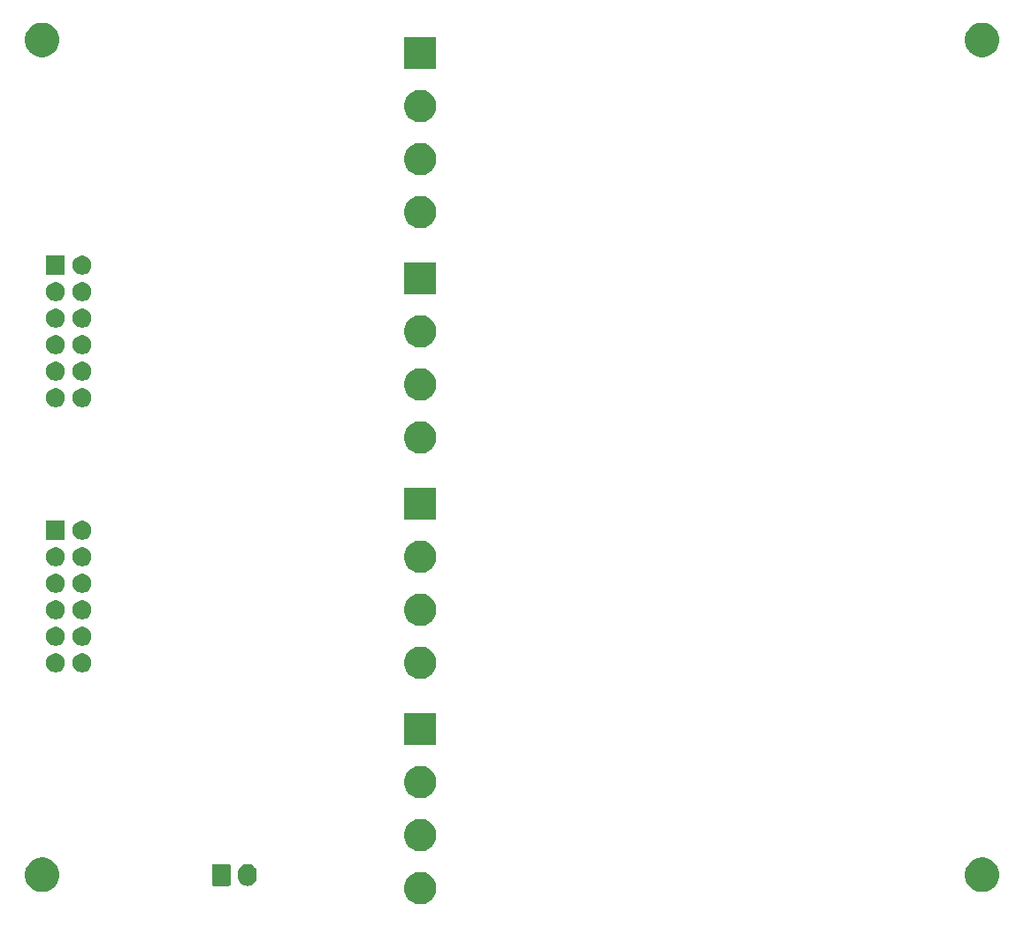
<source format=gbr>
G04 #@! TF.GenerationSoftware,KiCad,Pcbnew,(5.1.5)-3*
G04 #@! TF.CreationDate,2020-04-02T00:33:27+02:00*
G04 #@! TF.ProjectId,splitflap,73706c69-7466-46c6-9170-2e6b69636164,rev?*
G04 #@! TF.SameCoordinates,Original*
G04 #@! TF.FileFunction,Soldermask,Top*
G04 #@! TF.FilePolarity,Negative*
%FSLAX46Y46*%
G04 Gerber Fmt 4.6, Leading zero omitted, Abs format (unit mm)*
G04 Created by KiCad (PCBNEW (5.1.5)-3) date 2020-04-02 00:33:27*
%MOMM*%
%LPD*%
G04 APERTURE LIST*
%ADD10C,0.100000*%
G04 APERTURE END LIST*
D10*
G36*
X191437585Y-112778802D02*
G01*
X191587410Y-112808604D01*
X191869674Y-112925521D01*
X192123705Y-113095259D01*
X192339741Y-113311295D01*
X192509479Y-113565326D01*
X192626396Y-113847590D01*
X192626396Y-113847591D01*
X192686000Y-114147239D01*
X192686000Y-114452761D01*
X192656198Y-114602585D01*
X192626396Y-114752410D01*
X192509479Y-115034674D01*
X192339741Y-115288705D01*
X192123705Y-115504741D01*
X191869674Y-115674479D01*
X191587410Y-115791396D01*
X191437585Y-115821198D01*
X191287761Y-115851000D01*
X190982239Y-115851000D01*
X190832415Y-115821198D01*
X190682590Y-115791396D01*
X190400326Y-115674479D01*
X190146295Y-115504741D01*
X189930259Y-115288705D01*
X189760521Y-115034674D01*
X189643604Y-114752410D01*
X189613802Y-114602585D01*
X189584000Y-114452761D01*
X189584000Y-114147239D01*
X189643604Y-113847591D01*
X189643604Y-113847590D01*
X189760521Y-113565326D01*
X189930259Y-113311295D01*
X190146295Y-113095259D01*
X190400326Y-112925521D01*
X190682590Y-112808604D01*
X190832415Y-112778802D01*
X190982239Y-112749000D01*
X191287761Y-112749000D01*
X191437585Y-112778802D01*
G37*
G36*
X245315256Y-111411298D02*
G01*
X245421579Y-111432447D01*
X245722042Y-111556903D01*
X245992451Y-111737585D01*
X246222415Y-111967549D01*
X246403097Y-112237958D01*
X246525529Y-112533534D01*
X246527553Y-112538422D01*
X246591000Y-112857389D01*
X246591000Y-113182611D01*
X246582715Y-113224260D01*
X246527553Y-113501579D01*
X246403097Y-113802042D01*
X246222415Y-114072451D01*
X245992451Y-114302415D01*
X245722042Y-114483097D01*
X245421579Y-114607553D01*
X245315256Y-114628702D01*
X245102611Y-114671000D01*
X244777389Y-114671000D01*
X244564744Y-114628702D01*
X244458421Y-114607553D01*
X244157958Y-114483097D01*
X243887549Y-114302415D01*
X243657585Y-114072451D01*
X243476903Y-113802042D01*
X243352447Y-113501579D01*
X243297285Y-113224260D01*
X243289000Y-113182611D01*
X243289000Y-112857389D01*
X243352447Y-112538422D01*
X243354472Y-112533534D01*
X243476903Y-112237958D01*
X243657585Y-111967549D01*
X243887549Y-111737585D01*
X244157958Y-111556903D01*
X244458421Y-111432447D01*
X244564744Y-111411298D01*
X244777389Y-111369000D01*
X245102611Y-111369000D01*
X245315256Y-111411298D01*
G37*
G36*
X155315256Y-111411298D02*
G01*
X155421579Y-111432447D01*
X155722042Y-111556903D01*
X155992451Y-111737585D01*
X156222415Y-111967549D01*
X156403097Y-112237958D01*
X156525529Y-112533534D01*
X156527553Y-112538422D01*
X156591000Y-112857389D01*
X156591000Y-113182611D01*
X156582715Y-113224260D01*
X156527553Y-113501579D01*
X156403097Y-113802042D01*
X156222415Y-114072451D01*
X155992451Y-114302415D01*
X155722042Y-114483097D01*
X155421579Y-114607553D01*
X155315256Y-114628702D01*
X155102611Y-114671000D01*
X154777389Y-114671000D01*
X154564744Y-114628702D01*
X154458421Y-114607553D01*
X154157958Y-114483097D01*
X153887549Y-114302415D01*
X153657585Y-114072451D01*
X153476903Y-113802042D01*
X153352447Y-113501579D01*
X153297285Y-113224260D01*
X153289000Y-113182611D01*
X153289000Y-112857389D01*
X153352447Y-112538422D01*
X153354472Y-112533534D01*
X153476903Y-112237958D01*
X153657585Y-111967549D01*
X153887549Y-111737585D01*
X154157958Y-111556903D01*
X154458421Y-111432447D01*
X154564744Y-111411298D01*
X154777389Y-111369000D01*
X155102611Y-111369000D01*
X155315256Y-111411298D01*
G37*
G36*
X174761626Y-111992037D02*
G01*
X174931465Y-112043557D01*
X174931467Y-112043558D01*
X175087989Y-112127221D01*
X175225186Y-112239814D01*
X175308448Y-112341271D01*
X175337778Y-112377009D01*
X175421443Y-112533534D01*
X175472963Y-112703373D01*
X175486000Y-112835742D01*
X175486000Y-113224257D01*
X175472963Y-113356626D01*
X175421443Y-113526466D01*
X175337778Y-113682991D01*
X175308448Y-113718729D01*
X175225186Y-113820186D01*
X175130250Y-113898097D01*
X175087991Y-113932778D01*
X174931466Y-114016443D01*
X174761627Y-114067963D01*
X174585000Y-114085359D01*
X174408374Y-114067963D01*
X174238535Y-114016443D01*
X174082010Y-113932778D01*
X173944815Y-113820185D01*
X173832222Y-113682991D01*
X173748557Y-113526466D01*
X173697037Y-113356627D01*
X173684000Y-113224258D01*
X173684000Y-112835743D01*
X173697037Y-112703374D01*
X173748557Y-112533535D01*
X173832222Y-112377010D01*
X173832223Y-112377009D01*
X173944814Y-112239814D01*
X174046271Y-112156552D01*
X174082009Y-112127222D01*
X174238534Y-112043557D01*
X174408373Y-111992037D01*
X174585000Y-111974641D01*
X174761626Y-111992037D01*
G37*
G36*
X172843600Y-111982989D02*
G01*
X172876652Y-111993015D01*
X172907103Y-112009292D01*
X172933799Y-112031201D01*
X172955708Y-112057897D01*
X172971985Y-112088348D01*
X172982011Y-112121400D01*
X172986000Y-112161903D01*
X172986000Y-113898097D01*
X172982011Y-113938600D01*
X172971985Y-113971652D01*
X172955708Y-114002103D01*
X172933799Y-114028799D01*
X172907103Y-114050708D01*
X172876652Y-114066985D01*
X172843600Y-114077011D01*
X172803097Y-114081000D01*
X171366903Y-114081000D01*
X171326400Y-114077011D01*
X171293348Y-114066985D01*
X171262897Y-114050708D01*
X171236201Y-114028799D01*
X171214292Y-114002103D01*
X171198015Y-113971652D01*
X171187989Y-113938600D01*
X171184000Y-113898097D01*
X171184000Y-112161903D01*
X171187989Y-112121400D01*
X171198015Y-112088348D01*
X171214292Y-112057897D01*
X171236201Y-112031201D01*
X171262897Y-112009292D01*
X171293348Y-111993015D01*
X171326400Y-111982989D01*
X171366903Y-111979000D01*
X172803097Y-111979000D01*
X172843600Y-111982989D01*
G37*
G36*
X191437585Y-107698802D02*
G01*
X191587410Y-107728604D01*
X191869674Y-107845521D01*
X192123705Y-108015259D01*
X192339741Y-108231295D01*
X192509479Y-108485326D01*
X192626396Y-108767590D01*
X192686000Y-109067240D01*
X192686000Y-109372760D01*
X192626396Y-109672410D01*
X192509479Y-109954674D01*
X192339741Y-110208705D01*
X192123705Y-110424741D01*
X191869674Y-110594479D01*
X191587410Y-110711396D01*
X191437585Y-110741198D01*
X191287761Y-110771000D01*
X190982239Y-110771000D01*
X190832415Y-110741198D01*
X190682590Y-110711396D01*
X190400326Y-110594479D01*
X190146295Y-110424741D01*
X189930259Y-110208705D01*
X189760521Y-109954674D01*
X189643604Y-109672410D01*
X189584000Y-109372760D01*
X189584000Y-109067240D01*
X189643604Y-108767590D01*
X189760521Y-108485326D01*
X189930259Y-108231295D01*
X190146295Y-108015259D01*
X190400326Y-107845521D01*
X190682590Y-107728604D01*
X190832415Y-107698802D01*
X190982239Y-107669000D01*
X191287761Y-107669000D01*
X191437585Y-107698802D01*
G37*
G36*
X191437585Y-102618802D02*
G01*
X191587410Y-102648604D01*
X191869674Y-102765521D01*
X192123705Y-102935259D01*
X192339741Y-103151295D01*
X192509479Y-103405326D01*
X192626396Y-103687590D01*
X192686000Y-103987240D01*
X192686000Y-104292760D01*
X192626396Y-104592410D01*
X192509479Y-104874674D01*
X192339741Y-105128705D01*
X192123705Y-105344741D01*
X191869674Y-105514479D01*
X191587410Y-105631396D01*
X191437585Y-105661198D01*
X191287761Y-105691000D01*
X190982239Y-105691000D01*
X190832415Y-105661198D01*
X190682590Y-105631396D01*
X190400326Y-105514479D01*
X190146295Y-105344741D01*
X189930259Y-105128705D01*
X189760521Y-104874674D01*
X189643604Y-104592410D01*
X189584000Y-104292760D01*
X189584000Y-103987240D01*
X189643604Y-103687590D01*
X189760521Y-103405326D01*
X189930259Y-103151295D01*
X190146295Y-102935259D01*
X190400326Y-102765521D01*
X190682590Y-102648604D01*
X190832415Y-102618802D01*
X190982239Y-102589000D01*
X191287761Y-102589000D01*
X191437585Y-102618802D01*
G37*
G36*
X192686000Y-100611000D02*
G01*
X189584000Y-100611000D01*
X189584000Y-97509000D01*
X192686000Y-97509000D01*
X192686000Y-100611000D01*
G37*
G36*
X191437585Y-91188802D02*
G01*
X191587410Y-91218604D01*
X191869674Y-91335521D01*
X192123705Y-91505259D01*
X192339741Y-91721295D01*
X192509479Y-91975326D01*
X192626396Y-92257590D01*
X192686000Y-92557240D01*
X192686000Y-92862760D01*
X192626396Y-93162410D01*
X192509479Y-93444674D01*
X192339741Y-93698705D01*
X192123705Y-93914741D01*
X191869674Y-94084479D01*
X191587410Y-94201396D01*
X191437585Y-94231198D01*
X191287761Y-94261000D01*
X190982239Y-94261000D01*
X190832415Y-94231198D01*
X190682590Y-94201396D01*
X190400326Y-94084479D01*
X190146295Y-93914741D01*
X189930259Y-93698705D01*
X189760521Y-93444674D01*
X189643604Y-93162410D01*
X189584000Y-92862760D01*
X189584000Y-92557240D01*
X189643604Y-92257590D01*
X189760521Y-91975326D01*
X189930259Y-91721295D01*
X190146295Y-91505259D01*
X190400326Y-91335521D01*
X190682590Y-91218604D01*
X190832415Y-91188802D01*
X190982239Y-91159000D01*
X191287761Y-91159000D01*
X191437585Y-91188802D01*
G37*
G36*
X159016778Y-91830547D02*
G01*
X159183224Y-91899491D01*
X159333022Y-91999583D01*
X159460417Y-92126978D01*
X159560509Y-92276776D01*
X159629453Y-92443222D01*
X159664600Y-92619918D01*
X159664600Y-92800082D01*
X159629453Y-92976778D01*
X159560509Y-93143224D01*
X159460417Y-93293022D01*
X159333022Y-93420417D01*
X159183224Y-93520509D01*
X159016778Y-93589453D01*
X158840082Y-93624600D01*
X158659918Y-93624600D01*
X158483222Y-93589453D01*
X158316776Y-93520509D01*
X158166978Y-93420417D01*
X158039583Y-93293022D01*
X157939491Y-93143224D01*
X157870547Y-92976778D01*
X157835400Y-92800082D01*
X157835400Y-92619918D01*
X157870547Y-92443222D01*
X157939491Y-92276776D01*
X158039583Y-92126978D01*
X158166978Y-91999583D01*
X158316776Y-91899491D01*
X158483222Y-91830547D01*
X158659918Y-91795400D01*
X158840082Y-91795400D01*
X159016778Y-91830547D01*
G37*
G36*
X156476778Y-91830547D02*
G01*
X156643224Y-91899491D01*
X156793022Y-91999583D01*
X156920417Y-92126978D01*
X157020509Y-92276776D01*
X157089453Y-92443222D01*
X157124600Y-92619918D01*
X157124600Y-92800082D01*
X157089453Y-92976778D01*
X157020509Y-93143224D01*
X156920417Y-93293022D01*
X156793022Y-93420417D01*
X156643224Y-93520509D01*
X156476778Y-93589453D01*
X156300082Y-93624600D01*
X156119918Y-93624600D01*
X155943222Y-93589453D01*
X155776776Y-93520509D01*
X155626978Y-93420417D01*
X155499583Y-93293022D01*
X155399491Y-93143224D01*
X155330547Y-92976778D01*
X155295400Y-92800082D01*
X155295400Y-92619918D01*
X155330547Y-92443222D01*
X155399491Y-92276776D01*
X155499583Y-92126978D01*
X155626978Y-91999583D01*
X155776776Y-91899491D01*
X155943222Y-91830547D01*
X156119918Y-91795400D01*
X156300082Y-91795400D01*
X156476778Y-91830547D01*
G37*
G36*
X159016778Y-89290547D02*
G01*
X159183224Y-89359491D01*
X159333022Y-89459583D01*
X159460417Y-89586978D01*
X159560509Y-89736776D01*
X159629453Y-89903222D01*
X159664600Y-90079918D01*
X159664600Y-90260082D01*
X159629453Y-90436778D01*
X159560509Y-90603224D01*
X159460417Y-90753022D01*
X159333022Y-90880417D01*
X159183224Y-90980509D01*
X159016778Y-91049453D01*
X158840082Y-91084600D01*
X158659918Y-91084600D01*
X158483222Y-91049453D01*
X158316776Y-90980509D01*
X158166978Y-90880417D01*
X158039583Y-90753022D01*
X157939491Y-90603224D01*
X157870547Y-90436778D01*
X157835400Y-90260082D01*
X157835400Y-90079918D01*
X157870547Y-89903222D01*
X157939491Y-89736776D01*
X158039583Y-89586978D01*
X158166978Y-89459583D01*
X158316776Y-89359491D01*
X158483222Y-89290547D01*
X158659918Y-89255400D01*
X158840082Y-89255400D01*
X159016778Y-89290547D01*
G37*
G36*
X156476778Y-89290547D02*
G01*
X156643224Y-89359491D01*
X156793022Y-89459583D01*
X156920417Y-89586978D01*
X157020509Y-89736776D01*
X157089453Y-89903222D01*
X157124600Y-90079918D01*
X157124600Y-90260082D01*
X157089453Y-90436778D01*
X157020509Y-90603224D01*
X156920417Y-90753022D01*
X156793022Y-90880417D01*
X156643224Y-90980509D01*
X156476778Y-91049453D01*
X156300082Y-91084600D01*
X156119918Y-91084600D01*
X155943222Y-91049453D01*
X155776776Y-90980509D01*
X155626978Y-90880417D01*
X155499583Y-90753022D01*
X155399491Y-90603224D01*
X155330547Y-90436778D01*
X155295400Y-90260082D01*
X155295400Y-90079918D01*
X155330547Y-89903222D01*
X155399491Y-89736776D01*
X155499583Y-89586978D01*
X155626978Y-89459583D01*
X155776776Y-89359491D01*
X155943222Y-89290547D01*
X156119918Y-89255400D01*
X156300082Y-89255400D01*
X156476778Y-89290547D01*
G37*
G36*
X191437585Y-86108802D02*
G01*
X191587410Y-86138604D01*
X191869674Y-86255521D01*
X192123705Y-86425259D01*
X192339741Y-86641295D01*
X192509479Y-86895326D01*
X192626396Y-87177590D01*
X192686000Y-87477240D01*
X192686000Y-87782760D01*
X192626396Y-88082410D01*
X192509479Y-88364674D01*
X192339741Y-88618705D01*
X192123705Y-88834741D01*
X191869674Y-89004479D01*
X191587410Y-89121396D01*
X191437585Y-89151198D01*
X191287761Y-89181000D01*
X190982239Y-89181000D01*
X190832415Y-89151198D01*
X190682590Y-89121396D01*
X190400326Y-89004479D01*
X190146295Y-88834741D01*
X189930259Y-88618705D01*
X189760521Y-88364674D01*
X189643604Y-88082410D01*
X189584000Y-87782760D01*
X189584000Y-87477240D01*
X189643604Y-87177590D01*
X189760521Y-86895326D01*
X189930259Y-86641295D01*
X190146295Y-86425259D01*
X190400326Y-86255521D01*
X190682590Y-86138604D01*
X190832415Y-86108802D01*
X190982239Y-86079000D01*
X191287761Y-86079000D01*
X191437585Y-86108802D01*
G37*
G36*
X156476778Y-86750547D02*
G01*
X156643224Y-86819491D01*
X156793022Y-86919583D01*
X156920417Y-87046978D01*
X157020509Y-87196776D01*
X157089453Y-87363222D01*
X157124600Y-87539918D01*
X157124600Y-87720082D01*
X157089453Y-87896778D01*
X157020509Y-88063224D01*
X156920417Y-88213022D01*
X156793022Y-88340417D01*
X156643224Y-88440509D01*
X156476778Y-88509453D01*
X156300082Y-88544600D01*
X156119918Y-88544600D01*
X155943222Y-88509453D01*
X155776776Y-88440509D01*
X155626978Y-88340417D01*
X155499583Y-88213022D01*
X155399491Y-88063224D01*
X155330547Y-87896778D01*
X155295400Y-87720082D01*
X155295400Y-87539918D01*
X155330547Y-87363222D01*
X155399491Y-87196776D01*
X155499583Y-87046978D01*
X155626978Y-86919583D01*
X155776776Y-86819491D01*
X155943222Y-86750547D01*
X156119918Y-86715400D01*
X156300082Y-86715400D01*
X156476778Y-86750547D01*
G37*
G36*
X159016778Y-86750547D02*
G01*
X159183224Y-86819491D01*
X159333022Y-86919583D01*
X159460417Y-87046978D01*
X159560509Y-87196776D01*
X159629453Y-87363222D01*
X159664600Y-87539918D01*
X159664600Y-87720082D01*
X159629453Y-87896778D01*
X159560509Y-88063224D01*
X159460417Y-88213022D01*
X159333022Y-88340417D01*
X159183224Y-88440509D01*
X159016778Y-88509453D01*
X158840082Y-88544600D01*
X158659918Y-88544600D01*
X158483222Y-88509453D01*
X158316776Y-88440509D01*
X158166978Y-88340417D01*
X158039583Y-88213022D01*
X157939491Y-88063224D01*
X157870547Y-87896778D01*
X157835400Y-87720082D01*
X157835400Y-87539918D01*
X157870547Y-87363222D01*
X157939491Y-87196776D01*
X158039583Y-87046978D01*
X158166978Y-86919583D01*
X158316776Y-86819491D01*
X158483222Y-86750547D01*
X158659918Y-86715400D01*
X158840082Y-86715400D01*
X159016778Y-86750547D01*
G37*
G36*
X156476778Y-84210547D02*
G01*
X156643224Y-84279491D01*
X156793022Y-84379583D01*
X156920417Y-84506978D01*
X157020509Y-84656776D01*
X157089453Y-84823222D01*
X157124600Y-84999918D01*
X157124600Y-85180082D01*
X157089453Y-85356778D01*
X157020509Y-85523224D01*
X156920417Y-85673022D01*
X156793022Y-85800417D01*
X156643224Y-85900509D01*
X156476778Y-85969453D01*
X156300082Y-86004600D01*
X156119918Y-86004600D01*
X155943222Y-85969453D01*
X155776776Y-85900509D01*
X155626978Y-85800417D01*
X155499583Y-85673022D01*
X155399491Y-85523224D01*
X155330547Y-85356778D01*
X155295400Y-85180082D01*
X155295400Y-84999918D01*
X155330547Y-84823222D01*
X155399491Y-84656776D01*
X155499583Y-84506978D01*
X155626978Y-84379583D01*
X155776776Y-84279491D01*
X155943222Y-84210547D01*
X156119918Y-84175400D01*
X156300082Y-84175400D01*
X156476778Y-84210547D01*
G37*
G36*
X159016778Y-84210547D02*
G01*
X159183224Y-84279491D01*
X159333022Y-84379583D01*
X159460417Y-84506978D01*
X159560509Y-84656776D01*
X159629453Y-84823222D01*
X159664600Y-84999918D01*
X159664600Y-85180082D01*
X159629453Y-85356778D01*
X159560509Y-85523224D01*
X159460417Y-85673022D01*
X159333022Y-85800417D01*
X159183224Y-85900509D01*
X159016778Y-85969453D01*
X158840082Y-86004600D01*
X158659918Y-86004600D01*
X158483222Y-85969453D01*
X158316776Y-85900509D01*
X158166978Y-85800417D01*
X158039583Y-85673022D01*
X157939491Y-85523224D01*
X157870547Y-85356778D01*
X157835400Y-85180082D01*
X157835400Y-84999918D01*
X157870547Y-84823222D01*
X157939491Y-84656776D01*
X158039583Y-84506978D01*
X158166978Y-84379583D01*
X158316776Y-84279491D01*
X158483222Y-84210547D01*
X158659918Y-84175400D01*
X158840082Y-84175400D01*
X159016778Y-84210547D01*
G37*
G36*
X191437585Y-81028802D02*
G01*
X191587410Y-81058604D01*
X191869674Y-81175521D01*
X192123705Y-81345259D01*
X192339741Y-81561295D01*
X192509479Y-81815326D01*
X192626396Y-82097590D01*
X192686000Y-82397240D01*
X192686000Y-82702760D01*
X192626396Y-83002410D01*
X192509479Y-83284674D01*
X192339741Y-83538705D01*
X192123705Y-83754741D01*
X191869674Y-83924479D01*
X191587410Y-84041396D01*
X191437585Y-84071198D01*
X191287761Y-84101000D01*
X190982239Y-84101000D01*
X190832415Y-84071198D01*
X190682590Y-84041396D01*
X190400326Y-83924479D01*
X190146295Y-83754741D01*
X189930259Y-83538705D01*
X189760521Y-83284674D01*
X189643604Y-83002410D01*
X189584000Y-82702760D01*
X189584000Y-82397240D01*
X189643604Y-82097590D01*
X189760521Y-81815326D01*
X189930259Y-81561295D01*
X190146295Y-81345259D01*
X190400326Y-81175521D01*
X190682590Y-81058604D01*
X190832415Y-81028802D01*
X190982239Y-80999000D01*
X191287761Y-80999000D01*
X191437585Y-81028802D01*
G37*
G36*
X159016778Y-81670547D02*
G01*
X159183224Y-81739491D01*
X159333022Y-81839583D01*
X159460417Y-81966978D01*
X159560509Y-82116776D01*
X159629453Y-82283222D01*
X159664600Y-82459918D01*
X159664600Y-82640082D01*
X159629453Y-82816778D01*
X159560509Y-82983224D01*
X159460417Y-83133022D01*
X159333022Y-83260417D01*
X159183224Y-83360509D01*
X159016778Y-83429453D01*
X158840082Y-83464600D01*
X158659918Y-83464600D01*
X158483222Y-83429453D01*
X158316776Y-83360509D01*
X158166978Y-83260417D01*
X158039583Y-83133022D01*
X157939491Y-82983224D01*
X157870547Y-82816778D01*
X157835400Y-82640082D01*
X157835400Y-82459918D01*
X157870547Y-82283222D01*
X157939491Y-82116776D01*
X158039583Y-81966978D01*
X158166978Y-81839583D01*
X158316776Y-81739491D01*
X158483222Y-81670547D01*
X158659918Y-81635400D01*
X158840082Y-81635400D01*
X159016778Y-81670547D01*
G37*
G36*
X156476778Y-81670547D02*
G01*
X156643224Y-81739491D01*
X156793022Y-81839583D01*
X156920417Y-81966978D01*
X157020509Y-82116776D01*
X157089453Y-82283222D01*
X157124600Y-82459918D01*
X157124600Y-82640082D01*
X157089453Y-82816778D01*
X157020509Y-82983224D01*
X156920417Y-83133022D01*
X156793022Y-83260417D01*
X156643224Y-83360509D01*
X156476778Y-83429453D01*
X156300082Y-83464600D01*
X156119918Y-83464600D01*
X155943222Y-83429453D01*
X155776776Y-83360509D01*
X155626978Y-83260417D01*
X155499583Y-83133022D01*
X155399491Y-82983224D01*
X155330547Y-82816778D01*
X155295400Y-82640082D01*
X155295400Y-82459918D01*
X155330547Y-82283222D01*
X155399491Y-82116776D01*
X155499583Y-81966978D01*
X155626978Y-81839583D01*
X155776776Y-81739491D01*
X155943222Y-81670547D01*
X156119918Y-81635400D01*
X156300082Y-81635400D01*
X156476778Y-81670547D01*
G37*
G36*
X159016778Y-79130547D02*
G01*
X159183224Y-79199491D01*
X159333022Y-79299583D01*
X159460417Y-79426978D01*
X159560509Y-79576776D01*
X159629453Y-79743222D01*
X159664600Y-79919918D01*
X159664600Y-80100082D01*
X159629453Y-80276778D01*
X159560509Y-80443224D01*
X159460417Y-80593022D01*
X159333022Y-80720417D01*
X159183224Y-80820509D01*
X159016778Y-80889453D01*
X158840082Y-80924600D01*
X158659918Y-80924600D01*
X158483222Y-80889453D01*
X158316776Y-80820509D01*
X158166978Y-80720417D01*
X158039583Y-80593022D01*
X157939491Y-80443224D01*
X157870547Y-80276778D01*
X157835400Y-80100082D01*
X157835400Y-79919918D01*
X157870547Y-79743222D01*
X157939491Y-79576776D01*
X158039583Y-79426978D01*
X158166978Y-79299583D01*
X158316776Y-79199491D01*
X158483222Y-79130547D01*
X158659918Y-79095400D01*
X158840082Y-79095400D01*
X159016778Y-79130547D01*
G37*
G36*
X157124600Y-80924600D02*
G01*
X155295400Y-80924600D01*
X155295400Y-79095400D01*
X157124600Y-79095400D01*
X157124600Y-80924600D01*
G37*
G36*
X192686000Y-79021000D02*
G01*
X189584000Y-79021000D01*
X189584000Y-75919000D01*
X192686000Y-75919000D01*
X192686000Y-79021000D01*
G37*
G36*
X191437585Y-69598802D02*
G01*
X191587410Y-69628604D01*
X191869674Y-69745521D01*
X192123705Y-69915259D01*
X192339741Y-70131295D01*
X192509479Y-70385326D01*
X192626396Y-70667590D01*
X192686000Y-70967240D01*
X192686000Y-71272760D01*
X192626396Y-71572410D01*
X192509479Y-71854674D01*
X192339741Y-72108705D01*
X192123705Y-72324741D01*
X191869674Y-72494479D01*
X191587410Y-72611396D01*
X191437585Y-72641198D01*
X191287761Y-72671000D01*
X190982239Y-72671000D01*
X190832415Y-72641198D01*
X190682590Y-72611396D01*
X190400326Y-72494479D01*
X190146295Y-72324741D01*
X189930259Y-72108705D01*
X189760521Y-71854674D01*
X189643604Y-71572410D01*
X189584000Y-71272760D01*
X189584000Y-70967240D01*
X189643604Y-70667590D01*
X189760521Y-70385326D01*
X189930259Y-70131295D01*
X190146295Y-69915259D01*
X190400326Y-69745521D01*
X190682590Y-69628604D01*
X190832415Y-69598802D01*
X190982239Y-69569000D01*
X191287761Y-69569000D01*
X191437585Y-69598802D01*
G37*
G36*
X159016778Y-66430547D02*
G01*
X159183224Y-66499491D01*
X159333022Y-66599583D01*
X159460417Y-66726978D01*
X159560509Y-66876776D01*
X159629453Y-67043222D01*
X159664600Y-67219918D01*
X159664600Y-67400082D01*
X159629453Y-67576778D01*
X159560509Y-67743224D01*
X159460417Y-67893022D01*
X159333022Y-68020417D01*
X159183224Y-68120509D01*
X159016778Y-68189453D01*
X158840082Y-68224600D01*
X158659918Y-68224600D01*
X158483222Y-68189453D01*
X158316776Y-68120509D01*
X158166978Y-68020417D01*
X158039583Y-67893022D01*
X157939491Y-67743224D01*
X157870547Y-67576778D01*
X157835400Y-67400082D01*
X157835400Y-67219918D01*
X157870547Y-67043222D01*
X157939491Y-66876776D01*
X158039583Y-66726978D01*
X158166978Y-66599583D01*
X158316776Y-66499491D01*
X158483222Y-66430547D01*
X158659918Y-66395400D01*
X158840082Y-66395400D01*
X159016778Y-66430547D01*
G37*
G36*
X156476778Y-66430547D02*
G01*
X156643224Y-66499491D01*
X156793022Y-66599583D01*
X156920417Y-66726978D01*
X157020509Y-66876776D01*
X157089453Y-67043222D01*
X157124600Y-67219918D01*
X157124600Y-67400082D01*
X157089453Y-67576778D01*
X157020509Y-67743224D01*
X156920417Y-67893022D01*
X156793022Y-68020417D01*
X156643224Y-68120509D01*
X156476778Y-68189453D01*
X156300082Y-68224600D01*
X156119918Y-68224600D01*
X155943222Y-68189453D01*
X155776776Y-68120509D01*
X155626978Y-68020417D01*
X155499583Y-67893022D01*
X155399491Y-67743224D01*
X155330547Y-67576778D01*
X155295400Y-67400082D01*
X155295400Y-67219918D01*
X155330547Y-67043222D01*
X155399491Y-66876776D01*
X155499583Y-66726978D01*
X155626978Y-66599583D01*
X155776776Y-66499491D01*
X155943222Y-66430547D01*
X156119918Y-66395400D01*
X156300082Y-66395400D01*
X156476778Y-66430547D01*
G37*
G36*
X191359254Y-64503221D02*
G01*
X191587410Y-64548604D01*
X191869674Y-64665521D01*
X192123705Y-64835259D01*
X192339741Y-65051295D01*
X192509479Y-65305326D01*
X192626396Y-65587590D01*
X192686000Y-65887240D01*
X192686000Y-66192760D01*
X192626396Y-66492410D01*
X192509479Y-66774674D01*
X192339741Y-67028705D01*
X192123705Y-67244741D01*
X191869674Y-67414479D01*
X191587410Y-67531396D01*
X191437585Y-67561198D01*
X191287761Y-67591000D01*
X190982239Y-67591000D01*
X190832415Y-67561198D01*
X190682590Y-67531396D01*
X190400326Y-67414479D01*
X190146295Y-67244741D01*
X189930259Y-67028705D01*
X189760521Y-66774674D01*
X189643604Y-66492410D01*
X189584000Y-66192760D01*
X189584000Y-65887240D01*
X189643604Y-65587590D01*
X189760521Y-65305326D01*
X189930259Y-65051295D01*
X190146295Y-64835259D01*
X190400326Y-64665521D01*
X190682590Y-64548604D01*
X190910746Y-64503221D01*
X190982239Y-64489000D01*
X191287761Y-64489000D01*
X191359254Y-64503221D01*
G37*
G36*
X156476778Y-63890547D02*
G01*
X156643224Y-63959491D01*
X156793022Y-64059583D01*
X156920417Y-64186978D01*
X157020509Y-64336776D01*
X157089453Y-64503222D01*
X157124600Y-64679918D01*
X157124600Y-64860082D01*
X157089453Y-65036778D01*
X157020509Y-65203224D01*
X156920417Y-65353022D01*
X156793022Y-65480417D01*
X156643224Y-65580509D01*
X156476778Y-65649453D01*
X156300082Y-65684600D01*
X156119918Y-65684600D01*
X155943222Y-65649453D01*
X155776776Y-65580509D01*
X155626978Y-65480417D01*
X155499583Y-65353022D01*
X155399491Y-65203224D01*
X155330547Y-65036778D01*
X155295400Y-64860082D01*
X155295400Y-64679918D01*
X155330547Y-64503222D01*
X155399491Y-64336776D01*
X155499583Y-64186978D01*
X155626978Y-64059583D01*
X155776776Y-63959491D01*
X155943222Y-63890547D01*
X156119918Y-63855400D01*
X156300082Y-63855400D01*
X156476778Y-63890547D01*
G37*
G36*
X159016778Y-63890547D02*
G01*
X159183224Y-63959491D01*
X159333022Y-64059583D01*
X159460417Y-64186978D01*
X159560509Y-64336776D01*
X159629453Y-64503222D01*
X159664600Y-64679918D01*
X159664600Y-64860082D01*
X159629453Y-65036778D01*
X159560509Y-65203224D01*
X159460417Y-65353022D01*
X159333022Y-65480417D01*
X159183224Y-65580509D01*
X159016778Y-65649453D01*
X158840082Y-65684600D01*
X158659918Y-65684600D01*
X158483222Y-65649453D01*
X158316776Y-65580509D01*
X158166978Y-65480417D01*
X158039583Y-65353022D01*
X157939491Y-65203224D01*
X157870547Y-65036778D01*
X157835400Y-64860082D01*
X157835400Y-64679918D01*
X157870547Y-64503222D01*
X157939491Y-64336776D01*
X158039583Y-64186978D01*
X158166978Y-64059583D01*
X158316776Y-63959491D01*
X158483222Y-63890547D01*
X158659918Y-63855400D01*
X158840082Y-63855400D01*
X159016778Y-63890547D01*
G37*
G36*
X156476778Y-61350547D02*
G01*
X156643224Y-61419491D01*
X156793022Y-61519583D01*
X156920417Y-61646978D01*
X157020509Y-61796776D01*
X157089453Y-61963222D01*
X157124600Y-62139918D01*
X157124600Y-62320082D01*
X157089453Y-62496778D01*
X157020509Y-62663224D01*
X156920417Y-62813022D01*
X156793022Y-62940417D01*
X156643224Y-63040509D01*
X156476778Y-63109453D01*
X156300082Y-63144600D01*
X156119918Y-63144600D01*
X155943222Y-63109453D01*
X155776776Y-63040509D01*
X155626978Y-62940417D01*
X155499583Y-62813022D01*
X155399491Y-62663224D01*
X155330547Y-62496778D01*
X155295400Y-62320082D01*
X155295400Y-62139918D01*
X155330547Y-61963222D01*
X155399491Y-61796776D01*
X155499583Y-61646978D01*
X155626978Y-61519583D01*
X155776776Y-61419491D01*
X155943222Y-61350547D01*
X156119918Y-61315400D01*
X156300082Y-61315400D01*
X156476778Y-61350547D01*
G37*
G36*
X159016778Y-61350547D02*
G01*
X159183224Y-61419491D01*
X159333022Y-61519583D01*
X159460417Y-61646978D01*
X159560509Y-61796776D01*
X159629453Y-61963222D01*
X159664600Y-62139918D01*
X159664600Y-62320082D01*
X159629453Y-62496778D01*
X159560509Y-62663224D01*
X159460417Y-62813022D01*
X159333022Y-62940417D01*
X159183224Y-63040509D01*
X159016778Y-63109453D01*
X158840082Y-63144600D01*
X158659918Y-63144600D01*
X158483222Y-63109453D01*
X158316776Y-63040509D01*
X158166978Y-62940417D01*
X158039583Y-62813022D01*
X157939491Y-62663224D01*
X157870547Y-62496778D01*
X157835400Y-62320082D01*
X157835400Y-62139918D01*
X157870547Y-61963222D01*
X157939491Y-61796776D01*
X158039583Y-61646978D01*
X158166978Y-61519583D01*
X158316776Y-61419491D01*
X158483222Y-61350547D01*
X158659918Y-61315400D01*
X158840082Y-61315400D01*
X159016778Y-61350547D01*
G37*
G36*
X191359254Y-59423221D02*
G01*
X191587410Y-59468604D01*
X191869674Y-59585521D01*
X192123705Y-59755259D01*
X192339741Y-59971295D01*
X192509479Y-60225326D01*
X192626396Y-60507590D01*
X192686000Y-60807240D01*
X192686000Y-61112760D01*
X192626396Y-61412410D01*
X192509479Y-61694674D01*
X192339741Y-61948705D01*
X192123705Y-62164741D01*
X191869674Y-62334479D01*
X191587410Y-62451396D01*
X191437585Y-62481198D01*
X191287761Y-62511000D01*
X190982239Y-62511000D01*
X190832415Y-62481198D01*
X190682590Y-62451396D01*
X190400326Y-62334479D01*
X190146295Y-62164741D01*
X189930259Y-61948705D01*
X189760521Y-61694674D01*
X189643604Y-61412410D01*
X189584000Y-61112760D01*
X189584000Y-60807240D01*
X189643604Y-60507590D01*
X189760521Y-60225326D01*
X189930259Y-59971295D01*
X190146295Y-59755259D01*
X190400326Y-59585521D01*
X190682590Y-59468604D01*
X190910746Y-59423221D01*
X190982239Y-59409000D01*
X191287761Y-59409000D01*
X191359254Y-59423221D01*
G37*
G36*
X159016778Y-58810547D02*
G01*
X159183224Y-58879491D01*
X159333022Y-58979583D01*
X159460417Y-59106978D01*
X159560509Y-59256776D01*
X159629453Y-59423222D01*
X159664600Y-59599918D01*
X159664600Y-59780082D01*
X159629453Y-59956778D01*
X159560509Y-60123224D01*
X159460417Y-60273022D01*
X159333022Y-60400417D01*
X159183224Y-60500509D01*
X159016778Y-60569453D01*
X158840082Y-60604600D01*
X158659918Y-60604600D01*
X158483222Y-60569453D01*
X158316776Y-60500509D01*
X158166978Y-60400417D01*
X158039583Y-60273022D01*
X157939491Y-60123224D01*
X157870547Y-59956778D01*
X157835400Y-59780082D01*
X157835400Y-59599918D01*
X157870547Y-59423222D01*
X157939491Y-59256776D01*
X158039583Y-59106978D01*
X158166978Y-58979583D01*
X158316776Y-58879491D01*
X158483222Y-58810547D01*
X158659918Y-58775400D01*
X158840082Y-58775400D01*
X159016778Y-58810547D01*
G37*
G36*
X156476778Y-58810547D02*
G01*
X156643224Y-58879491D01*
X156793022Y-58979583D01*
X156920417Y-59106978D01*
X157020509Y-59256776D01*
X157089453Y-59423222D01*
X157124600Y-59599918D01*
X157124600Y-59780082D01*
X157089453Y-59956778D01*
X157020509Y-60123224D01*
X156920417Y-60273022D01*
X156793022Y-60400417D01*
X156643224Y-60500509D01*
X156476778Y-60569453D01*
X156300082Y-60604600D01*
X156119918Y-60604600D01*
X155943222Y-60569453D01*
X155776776Y-60500509D01*
X155626978Y-60400417D01*
X155499583Y-60273022D01*
X155399491Y-60123224D01*
X155330547Y-59956778D01*
X155295400Y-59780082D01*
X155295400Y-59599918D01*
X155330547Y-59423222D01*
X155399491Y-59256776D01*
X155499583Y-59106978D01*
X155626978Y-58979583D01*
X155776776Y-58879491D01*
X155943222Y-58810547D01*
X156119918Y-58775400D01*
X156300082Y-58775400D01*
X156476778Y-58810547D01*
G37*
G36*
X156476778Y-56270547D02*
G01*
X156643224Y-56339491D01*
X156793022Y-56439583D01*
X156920417Y-56566978D01*
X157020509Y-56716776D01*
X157089453Y-56883222D01*
X157124600Y-57059918D01*
X157124600Y-57240082D01*
X157089453Y-57416778D01*
X157020509Y-57583224D01*
X156920417Y-57733022D01*
X156793022Y-57860417D01*
X156643224Y-57960509D01*
X156476778Y-58029453D01*
X156300082Y-58064600D01*
X156119918Y-58064600D01*
X155943222Y-58029453D01*
X155776776Y-57960509D01*
X155626978Y-57860417D01*
X155499583Y-57733022D01*
X155399491Y-57583224D01*
X155330547Y-57416778D01*
X155295400Y-57240082D01*
X155295400Y-57059918D01*
X155330547Y-56883222D01*
X155399491Y-56716776D01*
X155499583Y-56566978D01*
X155626978Y-56439583D01*
X155776776Y-56339491D01*
X155943222Y-56270547D01*
X156119918Y-56235400D01*
X156300082Y-56235400D01*
X156476778Y-56270547D01*
G37*
G36*
X159016778Y-56270547D02*
G01*
X159183224Y-56339491D01*
X159333022Y-56439583D01*
X159460417Y-56566978D01*
X159560509Y-56716776D01*
X159629453Y-56883222D01*
X159664600Y-57059918D01*
X159664600Y-57240082D01*
X159629453Y-57416778D01*
X159560509Y-57583224D01*
X159460417Y-57733022D01*
X159333022Y-57860417D01*
X159183224Y-57960509D01*
X159016778Y-58029453D01*
X158840082Y-58064600D01*
X158659918Y-58064600D01*
X158483222Y-58029453D01*
X158316776Y-57960509D01*
X158166978Y-57860417D01*
X158039583Y-57733022D01*
X157939491Y-57583224D01*
X157870547Y-57416778D01*
X157835400Y-57240082D01*
X157835400Y-57059918D01*
X157870547Y-56883222D01*
X157939491Y-56716776D01*
X158039583Y-56566978D01*
X158166978Y-56439583D01*
X158316776Y-56339491D01*
X158483222Y-56270547D01*
X158659918Y-56235400D01*
X158840082Y-56235400D01*
X159016778Y-56270547D01*
G37*
G36*
X192686000Y-57431000D02*
G01*
X189584000Y-57431000D01*
X189584000Y-54329000D01*
X192686000Y-54329000D01*
X192686000Y-57431000D01*
G37*
G36*
X159016778Y-53730547D02*
G01*
X159183224Y-53799491D01*
X159333022Y-53899583D01*
X159460417Y-54026978D01*
X159560509Y-54176776D01*
X159629453Y-54343222D01*
X159664600Y-54519918D01*
X159664600Y-54700082D01*
X159629453Y-54876778D01*
X159560509Y-55043224D01*
X159460417Y-55193022D01*
X159333022Y-55320417D01*
X159183224Y-55420509D01*
X159016778Y-55489453D01*
X158840082Y-55524600D01*
X158659918Y-55524600D01*
X158483222Y-55489453D01*
X158316776Y-55420509D01*
X158166978Y-55320417D01*
X158039583Y-55193022D01*
X157939491Y-55043224D01*
X157870547Y-54876778D01*
X157835400Y-54700082D01*
X157835400Y-54519918D01*
X157870547Y-54343222D01*
X157939491Y-54176776D01*
X158039583Y-54026978D01*
X158166978Y-53899583D01*
X158316776Y-53799491D01*
X158483222Y-53730547D01*
X158659918Y-53695400D01*
X158840082Y-53695400D01*
X159016778Y-53730547D01*
G37*
G36*
X157124600Y-55524600D02*
G01*
X155295400Y-55524600D01*
X155295400Y-53695400D01*
X157124600Y-53695400D01*
X157124600Y-55524600D01*
G37*
G36*
X191437585Y-48008802D02*
G01*
X191587410Y-48038604D01*
X191869674Y-48155521D01*
X192123705Y-48325259D01*
X192339741Y-48541295D01*
X192509479Y-48795326D01*
X192626396Y-49077590D01*
X192686000Y-49377240D01*
X192686000Y-49682760D01*
X192626396Y-49982410D01*
X192509479Y-50264674D01*
X192339741Y-50518705D01*
X192123705Y-50734741D01*
X191869674Y-50904479D01*
X191587410Y-51021396D01*
X191437585Y-51051198D01*
X191287761Y-51081000D01*
X190982239Y-51081000D01*
X190832415Y-51051198D01*
X190682590Y-51021396D01*
X190400326Y-50904479D01*
X190146295Y-50734741D01*
X189930259Y-50518705D01*
X189760521Y-50264674D01*
X189643604Y-49982410D01*
X189584000Y-49682760D01*
X189584000Y-49377240D01*
X189643604Y-49077590D01*
X189760521Y-48795326D01*
X189930259Y-48541295D01*
X190146295Y-48325259D01*
X190400326Y-48155521D01*
X190682590Y-48038604D01*
X190832415Y-48008802D01*
X190982239Y-47979000D01*
X191287761Y-47979000D01*
X191437585Y-48008802D01*
G37*
G36*
X191437585Y-42928802D02*
G01*
X191587410Y-42958604D01*
X191869674Y-43075521D01*
X192123705Y-43245259D01*
X192339741Y-43461295D01*
X192509479Y-43715326D01*
X192626396Y-43997590D01*
X192686000Y-44297240D01*
X192686000Y-44602760D01*
X192626396Y-44902410D01*
X192509479Y-45184674D01*
X192339741Y-45438705D01*
X192123705Y-45654741D01*
X191869674Y-45824479D01*
X191587410Y-45941396D01*
X191437585Y-45971198D01*
X191287761Y-46001000D01*
X190982239Y-46001000D01*
X190832415Y-45971198D01*
X190682590Y-45941396D01*
X190400326Y-45824479D01*
X190146295Y-45654741D01*
X189930259Y-45438705D01*
X189760521Y-45184674D01*
X189643604Y-44902410D01*
X189584000Y-44602760D01*
X189584000Y-44297240D01*
X189643604Y-43997590D01*
X189760521Y-43715326D01*
X189930259Y-43461295D01*
X190146295Y-43245259D01*
X190400326Y-43075521D01*
X190682590Y-42958604D01*
X190832415Y-42928802D01*
X190982239Y-42899000D01*
X191287761Y-42899000D01*
X191437585Y-42928802D01*
G37*
G36*
X191437585Y-37848802D02*
G01*
X191587410Y-37878604D01*
X191869674Y-37995521D01*
X192123705Y-38165259D01*
X192339741Y-38381295D01*
X192509479Y-38635326D01*
X192626396Y-38917590D01*
X192686000Y-39217240D01*
X192686000Y-39522760D01*
X192626396Y-39822410D01*
X192509479Y-40104674D01*
X192339741Y-40358705D01*
X192123705Y-40574741D01*
X191869674Y-40744479D01*
X191587410Y-40861396D01*
X191437585Y-40891198D01*
X191287761Y-40921000D01*
X190982239Y-40921000D01*
X190832415Y-40891198D01*
X190682590Y-40861396D01*
X190400326Y-40744479D01*
X190146295Y-40574741D01*
X189930259Y-40358705D01*
X189760521Y-40104674D01*
X189643604Y-39822410D01*
X189584000Y-39522760D01*
X189584000Y-39217240D01*
X189643604Y-38917590D01*
X189760521Y-38635326D01*
X189930259Y-38381295D01*
X190146295Y-38165259D01*
X190400326Y-37995521D01*
X190682590Y-37878604D01*
X190832415Y-37848802D01*
X190982239Y-37819000D01*
X191287761Y-37819000D01*
X191437585Y-37848802D01*
G37*
G36*
X192686000Y-35841000D02*
G01*
X189584000Y-35841000D01*
X189584000Y-32739000D01*
X192686000Y-32739000D01*
X192686000Y-35841000D01*
G37*
G36*
X155315256Y-31411298D02*
G01*
X155421579Y-31432447D01*
X155722042Y-31556903D01*
X155992451Y-31737585D01*
X156222415Y-31967549D01*
X156403097Y-32237958D01*
X156527553Y-32538421D01*
X156591000Y-32857391D01*
X156591000Y-33182609D01*
X156527553Y-33501579D01*
X156403097Y-33802042D01*
X156222415Y-34072451D01*
X155992451Y-34302415D01*
X155722042Y-34483097D01*
X155421579Y-34607553D01*
X155315256Y-34628702D01*
X155102611Y-34671000D01*
X154777389Y-34671000D01*
X154564744Y-34628702D01*
X154458421Y-34607553D01*
X154157958Y-34483097D01*
X153887549Y-34302415D01*
X153657585Y-34072451D01*
X153476903Y-33802042D01*
X153352447Y-33501579D01*
X153289000Y-33182609D01*
X153289000Y-32857391D01*
X153352447Y-32538421D01*
X153476903Y-32237958D01*
X153657585Y-31967549D01*
X153887549Y-31737585D01*
X154157958Y-31556903D01*
X154458421Y-31432447D01*
X154564744Y-31411298D01*
X154777389Y-31369000D01*
X155102611Y-31369000D01*
X155315256Y-31411298D01*
G37*
G36*
X245315256Y-31411298D02*
G01*
X245421579Y-31432447D01*
X245722042Y-31556903D01*
X245992451Y-31737585D01*
X246222415Y-31967549D01*
X246403097Y-32237958D01*
X246527553Y-32538421D01*
X246591000Y-32857391D01*
X246591000Y-33182609D01*
X246527553Y-33501579D01*
X246403097Y-33802042D01*
X246222415Y-34072451D01*
X245992451Y-34302415D01*
X245722042Y-34483097D01*
X245421579Y-34607553D01*
X245315256Y-34628702D01*
X245102611Y-34671000D01*
X244777389Y-34671000D01*
X244564744Y-34628702D01*
X244458421Y-34607553D01*
X244157958Y-34483097D01*
X243887549Y-34302415D01*
X243657585Y-34072451D01*
X243476903Y-33802042D01*
X243352447Y-33501579D01*
X243289000Y-33182609D01*
X243289000Y-32857391D01*
X243352447Y-32538421D01*
X243476903Y-32237958D01*
X243657585Y-31967549D01*
X243887549Y-31737585D01*
X244157958Y-31556903D01*
X244458421Y-31432447D01*
X244564744Y-31411298D01*
X244777389Y-31369000D01*
X245102611Y-31369000D01*
X245315256Y-31411298D01*
G37*
M02*

</source>
